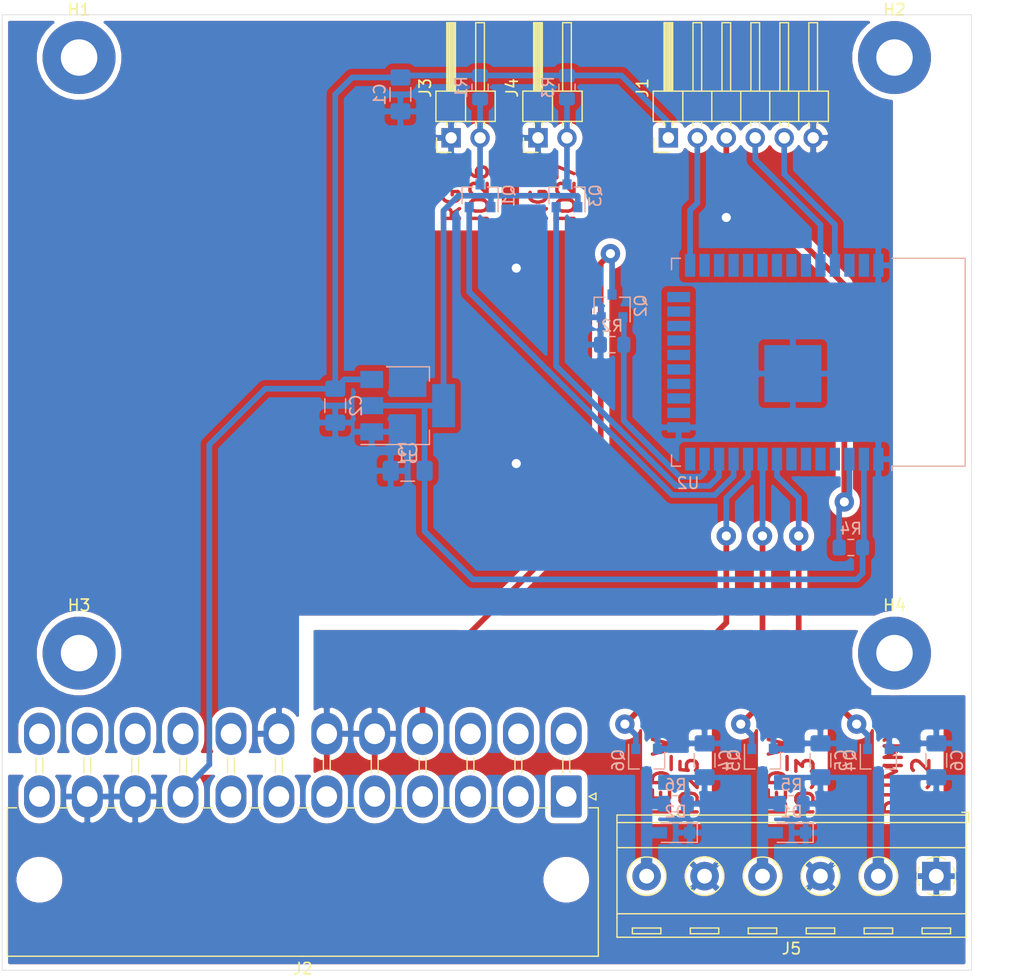
<source format=kicad_pcb>
(kicad_pcb (version 20171130) (host pcbnew "(5.1.5)-3")
  (layers (0 F.Cu signal) (31 B.Cu signal) (34 B.Paste user) (35 F.Paste user) (36 B.SilkS user) (37 F.SilkS user) (38 B.Mask user hide) (39 F.Mask user) (44 Edge.Cuts user))
  (net 0 "")
  (net 1 +5V)
  (net 2 GND)
  (net 3 VDD)
  (net 4 BOOT)
  (net 5 EN)
  (net 6 RX)
  (net 7 TX)
  (net 8 +12V)
  (net 9 "Net-(J2-Pad16)")
  (net 10 "Net-(J3-Pad2)")
  (net 11 "Net-(J4-Pad2)")
  (net 12 ~ON~)
  (net 13 LED_W1)
  (net 14 LED_W2)
  (net 15 RGB1)
  (net 16 RGB2)
  (net 17 GNDPWR)
  (net 18 LED_W1_OUT)
  (net 19 LED_W2_OUT)
  (net 20 DUMMY_LOAD_OUT)
  (net 21 DUMMY_LOAD)
  (module Resistor_SMD:R_0805_2012Metric_Pad1.15x1.40mm_HandSolder (layer B.Cu) (at 59.055 69.215 180)
    (fp_text reference R6 (at 0 1.65) (layer B.SilkS) (effects (justify mirror)))
    (fp_text value 10k)
    (pad 2 smd roundrect (at 1.025 0 180) (size 1.15 1.4) (layers B.Cu B.Paste B.Mask) (roundrect_rratio 0.217391) (net 19 LED_W2_OUT))
    (pad 1 smd roundrect (at -1.025 0 180) (size 1.15 1.4) (layers B.Cu B.Paste B.Mask) (roundrect_rratio 0.217391) (net 8 +12V))
  )
  (module Resistor_SMD:R_0805_2012Metric_Pad1.15x1.40mm_HandSolder (layer B.Cu) (at 69.215 69.215 180)
    (fp_text reference R5 (at 0 1.65) (layer B.SilkS) (effects (justify mirror)))
    (fp_text value 10k)
    (pad 2 smd roundrect (at 1.025 0 180) (size 1.15 1.4) (layers B.Cu B.Paste B.Mask) (roundrect_rratio 0.217391) (net 18 LED_W1_OUT))
    (pad 1 smd roundrect (at -1.025 0 180) (size 1.15 1.4) (layers B.Cu B.Paste B.Mask) (roundrect_rratio 0.217391) (net 8 +12V))
  )
  (module Package_TO_SOT_SMD:SOT-223-3_TabPin2 (layer B.Cu) (at 35.56 34.29)
    (fp_text reference U1 (at 0 4.5) (layer B.SilkS) (effects (justify mirror)))
    (fp_text value LD1117S33TR_SOT223)
    (pad 1 smd rect (at -3.15 2.3) (size 2 1.5) (layers B.Cu B.Paste B.Mask) (net 2 GND))
    (pad 3 smd rect (at -3.15 -2.3) (size 2 1.5) (layers B.Cu B.Paste B.Mask) (net 1 +5V))
    (pad 2 smd rect (at -3.15 0) (size 2 1.5) (layers B.Cu B.Paste B.Mask) (net 3 VDD))
    (pad 2 smd rect (at 3.15 0) (size 2 3.8) (layers B.Cu B.Paste B.Mask) (net 3 VDD))
  )
  (module MountingHole:MountingHole_3.2mm_M3_Pad (layer F.Cu) (at 78.25 56)
    (fp_text reference H4 (at 0 -4.2) (layer F.SilkS))
    (fp_text value MountingHole_Pad)
    (pad 1 thru_hole circle (at 0 0) (size 6.4 6.4) (drill 3.2) (layers *.Cu *.Mask))
  )
  (module MountingHole:MountingHole_3.2mm_M3_Pad (layer F.Cu) (at 6.75 56)
    (fp_text reference H3 (at 0 -4.2) (layer F.SilkS))
    (fp_text value MountingHole_Pad)
    (pad 1 thru_hole circle (at 0 0) (size 6.4 6.4) (drill 3.2) (layers *.Cu *.Mask))
  )
  (module MountingHole:MountingHole_3.2mm_M3_Pad (layer F.Cu) (at 78.25 3.75)
    (fp_text reference H2 (at 0 -4.2) (layer F.SilkS))
    (fp_text value MountingHole_Pad)
    (pad 1 thru_hole circle (at 0 0) (size 6.4 6.4) (drill 3.2) (layers *.Cu *.Mask))
  )
  (module MountingHole:MountingHole_3.2mm_M3_Pad (layer F.Cu) (at 6.75 3.75)
    (fp_text reference H1 (at 0 -4.2) (layer F.SilkS))
    (fp_text value MountingHole_Pad)
    (pad 1 thru_hole circle (at 0 0) (size 6.4 6.4) (drill 3.2) (layers *.Cu *.Mask))
  )
  (module Resistor_SMD:R_0805_2012Metric_Pad1.15x1.40mm_HandSolder (layer B.Cu) (at 41.91 6.35 270)
    (fp_text reference R1 (at 0 1.65 90) (layer B.SilkS) (effects (justify mirror)))
    (fp_text value 1k)
    (pad 2 smd roundrect (at 1.025 0 270) (size 1.15 1.4) (layers B.Cu B.Paste B.Mask) (roundrect_rratio 0.217391) (net 10 "Net-(J3-Pad2)"))
    (pad 1 smd roundrect (at -1.025 0 270) (size 1.15 1.4) (layers B.Cu B.Paste B.Mask) (roundrect_rratio 0.217391) (net 1 +5V))
  )
  (module Package_TO_SOT_SMD:SOT-23 (layer B.Cu) (at 41.91 15.875 90)
    (fp_text reference Q1 (at 0 2.5 90) (layer B.SilkS) (effects (justify mirror)))
    (fp_text value 2N7002)
    (pad 1 smd rect (at -1 0.95 90) (size 0.9 0.8) (layers B.Cu B.Paste B.Mask) (net 3 VDD))
    (pad 2 smd rect (at -1 -0.95 90) (size 0.9 0.8) (layers B.Cu B.Paste B.Mask) (net 15 RGB1))
    (pad 3 smd rect (at 1 0 90) (size 0.9 0.8) (layers B.Cu B.Paste B.Mask) (net 10 "Net-(J3-Pad2)"))
  )
  (module RF_Module:ESP32-WROOM-32 (layer B.Cu) (at 68.58 30.48 90)
    (fp_text reference U2 (at -10.61 -8.43) (layer B.SilkS) (effects (justify mirror)))
    (fp_text value ESP32-WROOM-32)
    (pad 39 smd rect (at -1 0.755 90) (size 5 5) (layers B.Cu B.Paste B.Mask) (net 2 GND))
    (pad 1 smd rect (at -8.5 8.255 90) (size 2 0.9) (layers B.Cu B.Paste B.Mask) (net 2 GND))
    (pad 2 smd rect (at -8.5 6.985 90) (size 2 0.9) (layers B.Cu B.Paste B.Mask) (net 3 VDD))
    (pad 3 smd rect (at -8.5 5.715 90) (size 2 0.9) (layers B.Cu B.Paste B.Mask) (net 5 EN))
    (pad 4 smd rect (at -8.5 4.445 90) (size 2 0.9) (layers B.Cu B.Paste B.Mask))
    (pad 5 smd rect (at -8.5 3.175 90) (size 2 0.9) (layers B.Cu B.Paste B.Mask))
    (pad 6 smd rect (at -8.5 1.905 90) (size 2 0.9) (layers B.Cu B.Paste B.Mask))
    (pad 7 smd rect (at -8.5 0.635 90) (size 2 0.9) (layers B.Cu B.Paste B.Mask))
    (pad 8 smd rect (at -8.5 -0.635 90) (size 2 0.9) (layers B.Cu B.Paste B.Mask) (net 21 DUMMY_LOAD))
    (pad 9 smd rect (at -8.5 -1.905 90) (size 2 0.9) (layers B.Cu B.Paste B.Mask) (net 13 LED_W1))
    (pad 10 smd rect (at -8.5 -3.175 90) (size 2 0.9) (layers B.Cu B.Paste B.Mask) (net 14 LED_W2))
    (pad 11 smd rect (at -8.5 -4.445 90) (size 2 0.9) (layers B.Cu B.Paste B.Mask) (net 15 RGB1))
    (pad 12 smd rect (at -8.5 -5.715 90) (size 2 0.9) (layers B.Cu B.Paste B.Mask) (net 16 RGB2))
    (pad 13 smd rect (at -8.5 -6.985 90) (size 2 0.9) (layers B.Cu B.Paste B.Mask) (net 12 ~ON~))
    (pad 14 smd rect (at -8.5 -8.255 90) (size 2 0.9) (layers B.Cu B.Paste B.Mask))
    (pad 15 smd rect (at -5.715 -9.255) (size 2 0.9) (layers B.Cu B.Paste B.Mask) (net 2 GND))
    (pad 16 smd rect (at -4.445 -9.255) (size 2 0.9) (layers B.Cu B.Paste B.Mask))
    (pad 17 smd rect (at -3.175 -9.255) (size 2 0.9) (layers B.Cu B.Paste B.Mask))
    (pad 18 smd rect (at -1.905 -9.255) (size 2 0.9) (layers B.Cu B.Paste B.Mask))
    (pad 19 smd rect (at -0.635 -9.255) (size 2 0.9) (layers B.Cu B.Paste B.Mask))
    (pad 20 smd rect (at 0.635 -9.255) (size 2 0.9) (layers B.Cu B.Paste B.Mask))
    (pad 21 smd rect (at 1.905 -9.255) (size 2 0.9) (layers B.Cu B.Paste B.Mask))
    (pad 22 smd rect (at 3.175 -9.255) (size 2 0.9) (layers B.Cu B.Paste B.Mask))
    (pad 23 smd rect (at 4.445 -9.255) (size 2 0.9) (layers B.Cu B.Paste B.Mask))
    (pad 24 smd rect (at 5.715 -9.255) (size 2 0.9) (layers B.Cu B.Paste B.Mask))
    (pad 25 smd rect (at 8.5 -8.255 90) (size 2 0.9) (layers B.Cu B.Paste B.Mask) (net 4 BOOT))
    (pad 26 smd rect (at 8.5 -6.985 90) (size 2 0.9) (layers B.Cu B.Paste B.Mask))
    (pad 27 smd rect (at 8.5 -5.715 90) (size 2 0.9) (layers B.Cu B.Paste B.Mask))
    (pad 28 smd rect (at 8.5 -4.445 90) (size 2 0.9) (layers B.Cu B.Paste B.Mask))
    (pad 29 smd rect (at 8.5 -3.175 90) (size 2 0.9) (layers B.Cu B.Paste B.Mask))
    (pad 30 smd rect (at 8.5 -1.905 90) (size 2 0.9) (layers B.Cu B.Paste B.Mask))
    (pad 31 smd rect (at 8.5 -0.635 90) (size 2 0.9) (layers B.Cu B.Paste B.Mask))
    (pad 32 smd rect (at 8.5 0.635 90) (size 2 0.9) (layers B.Cu B.Paste B.Mask))
    (pad 33 smd rect (at 8.5 1.905 90) (size 2 0.9) (layers B.Cu B.Paste B.Mask))
    (pad 34 smd rect (at 8.5 3.175 90) (size 2 0.9) (layers B.Cu B.Paste B.Mask) (net 6 RX))
    (pad 35 smd rect (at 8.5 4.445 90) (size 2 0.9) (layers B.Cu B.Paste B.Mask) (net 7 TX))
    (pad 36 smd rect (at 8.5 5.715 90) (size 2 0.9) (layers B.Cu B.Paste B.Mask))
    (pad 37 smd rect (at 8.5 6.985 90) (size 2 0.9) (layers B.Cu B.Paste B.Mask))
    (pad 38 smd rect (at 8.5 8.255 90) (size 2 0.9) (layers B.Cu B.Paste B.Mask) (net 2 GND))
  )
  (module Connector_Molex:Molex_Mini-Fit_Jr_5569-24A2_2x12_P4.20mm_Horizontal (layer F.Cu) (at 49.47 68.58 180)
    (fp_text reference J2 (at 23.1 -15.1) (layer F.SilkS))
    (fp_text value Conn_02x12_Top_Bottom)
    (pad "" np_thru_hole circle (at 46.2 -7.3 180) (size 3 3) (drill 3) (layers *.Cu *.Mask))
    (pad "" np_thru_hole circle (at 0 -7.3 180) (size 3 3) (drill 3) (layers *.Cu *.Mask))
    (pad 24 thru_hole oval (at 46.2 5.5 180) (size 2.7 3.7) (drill 1.8) (layers *.Cu *.Mask))
    (pad 23 thru_hole oval (at 42 5.5 180) (size 2.7 3.7) (drill 1.8) (layers *.Cu *.Mask))
    (pad 22 thru_hole oval (at 37.8 5.5 180) (size 2.7 3.7) (drill 1.8) (layers *.Cu *.Mask))
    (pad 21 thru_hole oval (at 33.6 5.5 180) (size 2.7 3.7) (drill 1.8) (layers *.Cu *.Mask))
    (pad 20 thru_hole oval (at 29.4 5.5 180) (size 2.7 3.7) (drill 1.8) (layers *.Cu *.Mask))
    (pad 19 thru_hole oval (at 25.2 5.5 180) (size 2.7 3.7) (drill 1.8) (layers *.Cu *.Mask) (net 2 GND))
    (pad 18 thru_hole oval (at 21 5.5 180) (size 2.7 3.7) (drill 1.8) (layers *.Cu *.Mask) (net 17 GNDPWR))
    (pad 17 thru_hole oval (at 16.8 5.5 180) (size 2.7 3.7) (drill 1.8) (layers *.Cu *.Mask) (net 17 GNDPWR))
    (pad 16 thru_hole oval (at 12.6 5.5 180) (size 2.7 3.7) (drill 1.8) (layers *.Cu *.Mask) (net 9 "Net-(J2-Pad16)"))
    (pad 15 thru_hole oval (at 8.4 5.5 180) (size 2.7 3.7) (drill 1.8) (layers *.Cu *.Mask))
    (pad 14 thru_hole oval (at 4.2 5.5 180) (size 2.7 3.7) (drill 1.8) (layers *.Cu *.Mask))
    (pad 13 thru_hole oval (at 0 5.5 180) (size 2.7 3.7) (drill 1.8) (layers *.Cu *.Mask))
    (pad 12 thru_hole oval (at 46.2 0 180) (size 2.7 3.7) (drill 1.8) (layers *.Cu *.Mask))
    (pad 11 thru_hole oval (at 42 0 180) (size 2.7 3.7) (drill 1.8) (layers *.Cu *.Mask) (net 8 +12V))
    (pad 10 thru_hole oval (at 37.8 0 180) (size 2.7 3.7) (drill 1.8) (layers *.Cu *.Mask) (net 8 +12V))
    (pad 9 thru_hole oval (at 33.6 0 180) (size 2.7 3.7) (drill 1.8) (layers *.Cu *.Mask) (net 1 +5V))
    (pad 8 thru_hole oval (at 29.4 0 180) (size 2.7 3.7) (drill 1.8) (layers *.Cu *.Mask))
    (pad 7 thru_hole oval (at 25.2 0 180) (size 2.7 3.7) (drill 1.8) (layers *.Cu *.Mask))
    (pad 6 thru_hole oval (at 21 0 180) (size 2.7 3.7) (drill 1.8) (layers *.Cu *.Mask))
    (pad 5 thru_hole oval (at 16.8 0 180) (size 2.7 3.7) (drill 1.8) (layers *.Cu *.Mask))
    (pad 4 thru_hole oval (at 12.6 0 180) (size 2.7 3.7) (drill 1.8) (layers *.Cu *.Mask))
    (pad 3 thru_hole oval (at 8.4 0 180) (size 2.7 3.7) (drill 1.8) (layers *.Cu *.Mask))
    (pad 2 thru_hole oval (at 4.2 0 180) (size 2.7 3.7) (drill 1.8) (layers *.Cu *.Mask))
    (pad 1 thru_hole roundrect (at 0 0 180) (size 2.7 3.7) (drill 1.8) (layers *.Cu *.Mask) (roundrect_rratio 0.09259299999999999))
  )
  (module Capacitor_SMD:C_1206_3216Metric_Pad1.42x1.75mm_HandSolder (layer B.Cu) (at 35.56 40.005 180)
    (fp_text reference C3 (at 0 1.82) (layer B.SilkS) (effects (justify mirror)))
    (fp_text value 10u)
    (pad 2 smd roundrect (at 1.4875 0 180) (size 1.425 1.75) (layers B.Cu B.Paste B.Mask) (roundrect_rratio 0.175439) (net 2 GND))
    (pad 1 smd roundrect (at -1.4875 0 180) (size 1.425 1.75) (layers B.Cu B.Paste B.Mask) (roundrect_rratio 0.175439) (net 3 VDD))
  )
  (module Capacitor_SMD:C_1206_3216Metric_Pad1.42x1.75mm_HandSolder (layer B.Cu) (at 71.755 65.405 90)
    (fp_text reference C5 (at 0 1.82 90) (layer B.SilkS) (effects (justify mirror)))
    (fp_text value 10u)
    (pad 2 smd roundrect (at 1.4875 0 90) (size 1.425 1.75) (layers B.Cu B.Paste B.Mask) (roundrect_rratio 0.175439) (net 17 GNDPWR))
    (pad 1 smd roundrect (at -1.4875 0 90) (size 1.425 1.75) (layers B.Cu B.Paste B.Mask) (roundrect_rratio 0.175439) (net 8 +12V))
  )
  (module Capacitor_SMD:C_1206_3216Metric_Pad1.42x1.75mm_HandSolder (layer B.Cu) (at 81.915 65.405 90)
    (fp_text reference C6 (at 0 1.82 90) (layer B.SilkS) (effects (justify mirror)))
    (fp_text value 10u)
    (pad 2 smd roundrect (at 1.4875 0 90) (size 1.425 1.75) (layers B.Cu B.Paste B.Mask) (roundrect_rratio 0.175439) (net 17 GNDPWR))
    (pad 1 smd roundrect (at -1.4875 0 90) (size 1.425 1.75) (layers B.Cu B.Paste B.Mask) (roundrect_rratio 0.175439) (net 8 +12V))
  )
  (module Diode_SMD:D_SOD-323_HandSoldering (layer B.Cu) (at 69.215 71.755 180)
    (fp_text reference D1 (at 0 1.85) (layer B.SilkS) (effects (justify mirror)))
    (fp_text value D_Schottky)
    (pad 2 smd rect (at 1.25 0 180) (size 1 1) (layers B.Cu B.Paste B.Mask) (net 18 LED_W1_OUT))
    (pad 1 smd rect (at -1.25 0 180) (size 1 1) (layers B.Cu B.Paste B.Mask) (net 8 +12V))
  )
  (module Capacitor_SMD:C_1206_3216Metric_Pad1.42x1.75mm_HandSolder (layer B.Cu) (at 61.595 65.405 90)
    (fp_text reference C4 (at 0 1.82 90) (layer B.SilkS) (effects (justify mirror)))
    (fp_text value 10u)
    (pad 2 smd roundrect (at 1.4875 0 90) (size 1.425 1.75) (layers B.Cu B.Paste B.Mask) (roundrect_rratio 0.175439) (net 17 GNDPWR))
    (pad 1 smd roundrect (at -1.4875 0 90) (size 1.425 1.75) (layers B.Cu B.Paste B.Mask) (roundrect_rratio 0.175439) (net 8 +12V))
  )
  (module Diode_SMD:D_SOD-323_HandSoldering (layer B.Cu) (at 59.055 71.755 180)
    (fp_text reference D2 (at 0 1.85) (layer B.SilkS) (effects (justify mirror)))
    (fp_text value D_Schottky)
    (pad 2 smd rect (at 1.25 0 180) (size 1 1) (layers B.Cu B.Paste B.Mask) (net 19 LED_W2_OUT))
    (pad 1 smd rect (at -1.25 0 180) (size 1 1) (layers B.Cu B.Paste B.Mask) (net 8 +12V))
  )
  (module Package_TO_SOT_SMD:SOT-23 (layer B.Cu) (at 56.515 65.405 270)
    (fp_text reference Q6 (at 0 2.5 90) (layer B.SilkS) (effects (justify mirror)))
    (fp_text value DMN3404L)
    (pad 3 smd rect (at 1 0 270) (size 0.9 0.8) (layers B.Cu B.Paste B.Mask) (net 19 LED_W2_OUT))
    (pad 2 smd rect (at -1 -0.95 270) (size 0.9 0.8) (layers B.Cu B.Paste B.Mask) (net 17 GNDPWR))
    (pad 1 smd rect (at -1 0.95 270) (size 0.9 0.8) (layers B.Cu B.Paste B.Mask) (net 14 LED_W2))
  )
  (module TerminalBlock_RND:TerminalBlock_RND_205-00291_1x06_P5.08mm_Horizontal (layer F.Cu) (at 81.915 75.565 180)
    (fp_text reference J5 (at 12.7 -6.36) (layer F.SilkS))
    (fp_text value Screw_Terminal_01x06)
    (pad 6 thru_hole circle (at 25.4 0 180) (size 2.5 2.5) (drill 1.3) (layers *.Cu *.Mask) (net 19 LED_W2_OUT))
    (pad 5 thru_hole circle (at 20.32 0 180) (size 2.5 2.5) (drill 1.3) (layers *.Cu *.Mask) (net 8 +12V))
    (pad 4 thru_hole circle (at 15.24 0 180) (size 2.5 2.5) (drill 1.3) (layers *.Cu *.Mask) (net 18 LED_W1_OUT))
    (pad 3 thru_hole circle (at 10.16 0 180) (size 2.5 2.5) (drill 1.3) (layers *.Cu *.Mask) (net 8 +12V))
    (pad 2 thru_hole circle (at 5.08 0 180) (size 2.5 2.5) (drill 1.3) (layers *.Cu *.Mask) (net 20 DUMMY_LOAD_OUT))
    (pad 1 thru_hole rect (at 0 0 180) (size 2.5 2.5) (drill 1.3) (layers *.Cu *.Mask) (net 8 +12V))
  )
  (module Connector_PinHeader_2.54mm:PinHeader_1x02_P2.54mm_Horizontal (layer F.Cu) (at 39.37 10.795 90)
    (fp_text reference J3 (at 4.385 -2.27 90) (layer F.SilkS))
    (fp_text value Conn_01x02_Male)
    (pad 1 thru_hole rect (at 0 0 90) (size 1.7 1.7) (drill 1) (layers *.Cu *.Mask) (net 2 GND))
    (pad 2 thru_hole oval (at 0 2.54 90) (size 1.7 1.7) (drill 1) (layers *.Cu *.Mask) (net 10 "Net-(J3-Pad2)"))
  )
  (module Capacitor_SMD:C_1206_3216Metric_Pad1.42x1.75mm_HandSolder (layer B.Cu) (at 34.925 6.985 270)
    (fp_text reference C1 (at 0 1.82 90) (layer B.SilkS) (effects (justify mirror)))
    (fp_text value 10u)
    (pad 2 smd roundrect (at 1.4875 0 270) (size 1.425 1.75) (layers B.Cu B.Paste B.Mask) (roundrect_rratio 0.175439) (net 2 GND))
    (pad 1 smd roundrect (at -1.4875 0 270) (size 1.425 1.75) (layers B.Cu B.Paste B.Mask) (roundrect_rratio 0.175439) (net 1 +5V))
  )
  (module Capacitor_SMD:C_1206_3216Metric_Pad1.42x1.75mm_HandSolder (layer B.Cu) (at 29.21 34.29 90)
    (fp_text reference C2 (at 0 1.82 90) (layer B.SilkS) (effects (justify mirror)))
    (fp_text value 10u)
    (pad 1 smd roundrect (at -1.4875 0 90) (size 1.425 1.75) (layers B.Cu B.Paste B.Mask) (roundrect_rratio 0.175439) (net 2 GND))
    (pad 2 smd roundrect (at 1.4875 0 90) (size 1.425 1.75) (layers B.Cu B.Paste B.Mask) (roundrect_rratio 0.175439) (net 1 +5V))
  )
  (module Connector_PinHeader_2.54mm:PinHeader_1x06_P2.54mm_Horizontal (layer F.Cu) (at 58.42 10.795 90)
    (fp_text reference J1 (at 4.385 -2.27 90) (layer F.SilkS))
    (fp_text value Conn_01x06_Male)
    (pad 1 thru_hole rect (at 0 0 90) (size 1.7 1.7) (drill 1) (layers *.Cu *.Mask) (net 1 +5V))
    (pad 2 thru_hole oval (at 0 2.54 90) (size 1.7 1.7) (drill 1) (layers *.Cu *.Mask) (net 4 BOOT))
    (pad 3 thru_hole oval (at 0 5.08 90) (size 1.7 1.7) (drill 1) (layers *.Cu *.Mask) (net 5 EN))
    (pad 4 thru_hole oval (at 0 7.62 90) (size 1.7 1.7) (drill 1) (layers *.Cu *.Mask) (net 6 RX))
    (pad 5 thru_hole oval (at 0 10.16 90) (size 1.7 1.7) (drill 1) (layers *.Cu *.Mask) (net 7 TX))
    (pad 6 thru_hole oval (at 0 12.7 90) (size 1.7 1.7) (drill 1) (layers *.Cu *.Mask) (net 2 GND))
  )
  (module Connector_PinHeader_2.54mm:PinHeader_1x02_P2.54mm_Horizontal (layer F.Cu) (at 46.99 10.795 90)
    (fp_text reference J4 (at 4.385 -2.27 90) (layer F.SilkS))
    (fp_text value Conn_01x02_Male)
    (pad 2 thru_hole oval (at 0 2.54 90) (size 1.7 1.7) (drill 1) (layers *.Cu *.Mask) (net 11 "Net-(J4-Pad2)"))
    (pad 1 thru_hole rect (at 0 0 90) (size 1.7 1.7) (drill 1) (layers *.Cu *.Mask) (net 2 GND))
  )
  (module Package_TO_SOT_SMD:SOT-23 (layer B.Cu) (at 53.485 25.54 90)
    (fp_text reference Q2 (at 0 2.5 90) (layer B.SilkS) (effects (justify mirror)))
    (fp_text value 2N7002)
    (pad 1 smd rect (at -1 0.95 90) (size 0.9 0.8) (layers B.Cu B.Paste B.Mask) (net 12 ~ON~))
    (pad 2 smd rect (at -1 -0.95 90) (size 0.9 0.8) (layers B.Cu B.Paste B.Mask) (net 2 GND))
    (pad 3 smd rect (at 1 0 90) (size 0.9 0.8) (layers B.Cu B.Paste B.Mask) (net 9 "Net-(J2-Pad16)"))
  )
  (module Package_TO_SOT_SMD:SOT-23 (layer B.Cu) (at 49.53 15.875 90)
    (fp_text reference Q3 (at 0 2.5 90) (layer B.SilkS) (effects (justify mirror)))
    (fp_text value 2N7002)
    (pad 1 smd rect (at -1 0.95 90) (size 0.9 0.8) (layers B.Cu B.Paste B.Mask) (net 3 VDD))
    (pad 2 smd rect (at -1 -0.95 90) (size 0.9 0.8) (layers B.Cu B.Paste B.Mask) (net 16 RGB2))
    (pad 3 smd rect (at 1 0 90) (size 0.9 0.8) (layers B.Cu B.Paste B.Mask) (net 11 "Net-(J4-Pad2)"))
  )
  (module Package_TO_SOT_SMD:SOT-23 (layer B.Cu) (at 76.835 65.405 270)
    (fp_text reference Q4 (at 0 2.5 90) (layer B.SilkS) (effects (justify mirror)))
    (fp_text value DMN3404L)
    (pad 3 smd rect (at 1 0 270) (size 0.9 0.8) (layers B.Cu B.Paste B.Mask) (net 20 DUMMY_LOAD_OUT))
    (pad 2 smd rect (at -1 -0.95 270) (size 0.9 0.8) (layers B.Cu B.Paste B.Mask) (net 17 GNDPWR))
    (pad 1 smd rect (at -1 0.95 270) (size 0.9 0.8) (layers B.Cu B.Paste B.Mask) (net 21 DUMMY_LOAD))
  )
  (module Package_TO_SOT_SMD:SOT-23 (layer B.Cu) (at 66.675 65.405 270)
    (fp_text reference Q5 (at 0 2.5 90) (layer B.SilkS) (effects (justify mirror)))
    (fp_text value DMN3404L)
    (pad 3 smd rect (at 1 0 270) (size 0.9 0.8) (layers B.Cu B.Paste B.Mask) (net 18 LED_W1_OUT))
    (pad 2 smd rect (at -1 -0.95 270) (size 0.9 0.8) (layers B.Cu B.Paste B.Mask) (net 17 GNDPWR))
    (pad 1 smd rect (at -1 0.95 270) (size 0.9 0.8) (layers B.Cu B.Paste B.Mask) (net 13 LED_W1))
  )
  (module Resistor_SMD:R_0805_2012Metric_Pad1.15x1.40mm_HandSolder (layer B.Cu) (at 53.485 28.94 180)
    (fp_text reference R2 (at 0 1.65) (layer B.SilkS) (effects (justify mirror)))
    (fp_text value 10k)
    (pad 1 smd roundrect (at -1.025 0 180) (size 1.15 1.4) (layers B.Cu B.Paste B.Mask) (roundrect_rratio 0.217391) (net 12 ~ON~))
    (pad 2 smd roundrect (at 1.025 0 180) (size 1.15 1.4) (layers B.Cu B.Paste B.Mask) (roundrect_rratio 0.217391) (net 2 GND))
  )
  (module Resistor_SMD:R_0805_2012Metric_Pad1.15x1.40mm_HandSolder (layer B.Cu) (at 49.53 6.35 270)
    (fp_text reference R3 (at 0 1.65 90) (layer B.SilkS) (effects (justify mirror)))
    (fp_text value 1k)
    (pad 2 smd roundrect (at 1.025 0 270) (size 1.15 1.4) (layers B.Cu B.Paste B.Mask) (roundrect_rratio 0.217391) (net 11 "Net-(J4-Pad2)"))
    (pad 1 smd roundrect (at -1.025 0 270) (size 1.15 1.4) (layers B.Cu B.Paste B.Mask) (roundrect_rratio 0.217391) (net 1 +5V))
  )
  (module Resistor_SMD:R_0805_2012Metric_Pad1.15x1.40mm_HandSolder (layer B.Cu) (at 74.422 46.736 180)
    (fp_text reference R4 (at 0 1.65) (layer B.SilkS) (effects (justify mirror)))
    (fp_text value 10k)
    (pad 1 smd roundrect (at -1.025 0 180) (size 1.15 1.4) (layers B.Cu B.Paste B.Mask) (roundrect_rratio 0.217391) (net 3 VDD))
    (pad 2 smd roundrect (at 1.025 0 180) (size 1.15 1.4) (layers B.Cu B.Paste B.Mask) (roundrect_rratio 0.217391) (net 5 EN))
  )
  (gr_text "LED_W2\nIO25" (at 59.055 70.485 90) (layer F.Cu) (effects (font (size 1.5 1.5) (thickness 0.3)) (justify left)))
  (gr_text "LED_W1\nIO33" (at 69.215 70.485 90) (layer F.Cu) (effects (font (size 1.5 1.5) (thickness 0.3)) (justify left)))
  (gr_text "DUMMY\nIO32" (at 79.375 70.485 90) (layer F.Cu) (effects (font (size 1.5 1.5) (thickness 0.3)) (justify left)))
  (gr_text "RGB2\nIO27" (at 48.26 18.415 90) (layer F.Cu) (effects (font (size 1.5 1.5) (thickness 0.3)) (justify left)))
  (gr_text "RGB1\nIO26\n" (at 40.64 18.415 90) (layer F.Cu) (effects (font (size 1.5 1.5) (thickness 0.3)) (justify left)))
  (gr_line (start 0 60) (end 0 83.82) (layer Edge.Cuts) (width 0.05))
  (gr_line (start 85 60) (end 85 83.82) (layer Edge.Cuts) (width 0.05))
  (gr_line (start 0 60) (end 0 0) (layer Edge.Cuts) (width 0.05))
  (gr_line (start 85 83.82) (end 0 83.82) (layer Edge.Cuts) (width 0.05))
  (gr_line (start 85 0) (end 85 60) (layer Edge.Cuts) (width 0.05))
  (gr_line (start 0 0) (end 85 0) (layer Edge.Cuts) (width 0.05))
  (segment (start 50.33 5.325) (end 49.53 5.325) (width 0.5) (layer B.Cu) (net 1))
  (segment (start 54.3 5.325) (end 50.33 5.325) (width 0.5) (layer B.Cu) (net 1))
  (segment (start 58.42 9.445) (end 54.3 5.325) (width 0.5) (layer B.Cu) (net 1))
  (segment (start 58.42 10.795) (end 58.42 9.445) (width 0.5) (layer B.Cu) (net 1))
  (segment (start 49.53 5.325) (end 41.91 5.325) (width 0.5) (layer B.Cu) (net 1))
  (segment (start 35.0975 5.325) (end 34.925 5.4975) (width 0.5) (layer B.Cu) (net 1))
  (segment (start 41.91 5.325) (end 35.0975 5.325) (width 0.5) (layer B.Cu) (net 1))
  (segment (start 30.0225 31.99) (end 29.21 32.8025) (width 0.5) (layer B.Cu) (net 1))
  (segment (start 32.41 31.99) (end 30.0225 31.99) (width 0.5) (layer B.Cu) (net 1))
  (segment (start 18.16999 65.78001) (end 18.16999 37.71001) (width 0.5) (layer B.Cu) (net 1))
  (segment (start 15.87 68.58) (end 15.87 68.08) (width 0.5) (layer B.Cu) (net 1))
  (segment (start 15.87 68.08) (end 18.16999 65.78001) (width 0.5) (layer B.Cu) (net 1))
  (segment (start 29.21 32.8025) (end 23.0775 32.8025) (width 0.5) (layer B.Cu) (net 1))
  (segment (start 23.0775 32.8025) (end 18.16999 37.71001) (width 0.5) (layer B.Cu) (net 1))
  (segment (start 30.6975 5.4975) (end 34.925 5.4975) (width 0.5) (layer B.Cu) (net 1))
  (segment (start 29.21 32.8025) (end 29.21 6.985) (width 0.5) (layer B.Cu) (net 1))
  (segment (start 29.21 6.985) (end 30.6975 5.4975) (width 0.5) (layer B.Cu) (net 1))
  (via (at 45.085 22.225) (size 1.7) (drill 0.8) (layers F.Cu B.Cu) (net 2))
  (via (at 45.085 39.37) (size 1.7) (drill 0.8) (layers F.Cu B.Cu) (net 2))
  (via (at 63.5 17.78) (size 1.7) (drill 0.8) (layers F.Cu B.Cu) (net 2))
  (segment (start 75.565 46.618) (end 75.447 46.736) (width 0.5) (layer B.Cu) (net 3))
  (segment (start 75.565 38.98) (end 75.565 46.618) (width 0.5) (layer B.Cu) (net 3))
  (segment (start 50.48 16.875) (end 50.48 15.925) (width 0.5) (layer B.Cu) (net 3))
  (segment (start 50.48 15.925) (end 50.43 15.875) (width 0.5) (layer B.Cu) (net 3))
  (segment (start 42.81 15.875) (end 42.545 15.875) (width 0.5) (layer B.Cu) (net 3))
  (segment (start 42.86 15.925) (end 42.81 15.875) (width 0.5) (layer B.Cu) (net 3))
  (segment (start 42.86 16.875) (end 42.86 15.925) (width 0.5) (layer B.Cu) (net 3))
  (segment (start 50.43 15.875) (end 42.545 15.875) (width 0.5) (layer B.Cu) (net 3))
  (segment (start 37.0475 34.5075) (end 36.83 34.29) (width 0.5) (layer B.Cu) (net 3))
  (segment (start 37.0475 39.37) (end 37.0475 34.5075) (width 0.5) (layer B.Cu) (net 3))
  (segment (start 32.41 34.29) (end 36.83 34.29) (width 0.5) (layer B.Cu) (net 3))
  (segment (start 36.83 34.29) (end 38.71 34.29) (width 0.5) (layer B.Cu) (net 3))
  (segment (start 42.545 15.875) (end 40.005 15.875) (width 0.5) (layer B.Cu) (net 3))
  (segment (start 38.71 17.17) (end 38.71 34.29) (width 0.5) (layer B.Cu) (net 3))
  (segment (start 40.005 15.875) (end 38.71 17.17) (width 0.5) (layer B.Cu) (net 3))
  (segment (start 75.447 49.013) (end 75.447 46.736) (width 0.5) (layer B.Cu) (net 3))
  (segment (start 74.93 49.53) (end 75.447 49.013) (width 0.5) (layer B.Cu) (net 3))
  (segment (start 41.275 49.53) (end 74.93 49.53) (width 0.5) (layer B.Cu) (net 3))
  (segment (start 37.0475 39.37) (end 37.0475 45.3025) (width 0.5) (layer B.Cu) (net 3))
  (segment (start 37.0475 45.3025) (end 41.275 49.53) (width 0.5) (layer B.Cu) (net 3))
  (segment (start 60.325 21.98) (end 60.325 17.145) (width 0.5) (layer B.Cu) (net 4))
  (segment (start 60.96 16.51) (end 60.96 10.795) (width 0.5) (layer B.Cu) (net 4))
  (segment (start 60.325 17.145) (end 60.96 16.51) (width 0.5) (layer B.Cu) (net 4))
  (segment (start 73.397 46.736) (end 73.397 43.189) (width 0.5) (layer B.Cu) (net 5))
  (segment (start 73.397 43.189) (end 73.406 43.18) (width 0.5) (layer B.Cu) (net 5))
  (segment (start 74.295 38.98) (end 74.295 42.291) (width 0.5) (layer B.Cu) (net 5))
  (via (at 73.8505 42.7355) (size 1.7) (drill 0.8) (layers F.Cu B.Cu) (net 5))
  (segment (start 73.8505 42.7355) (end 73.406 43.18) (width 0.5) (layer B.Cu) (net 5))
  (segment (start 74.295 42.291) (end 73.8505 42.7355) (width 0.5) (layer B.Cu) (net 5))
  (segment (start 73.8505 42.7355) (end 73.8505 23.6855) (width 0.5) (layer F.Cu) (net 5))
  (segment (start 63.5 13.335) (end 63.5 10.795) (width 0.5) (layer F.Cu) (net 5))
  (segment (start 73.8505 23.6855) (end 63.5 13.335) (width 0.5) (layer F.Cu) (net 5))
  (segment (start 71.755 21.98) (end 71.755 18.415) (width 0.5) (layer B.Cu) (net 6))
  (segment (start 66.04 12.7) (end 66.04 10.795) (width 0.5) (layer B.Cu) (net 6))
  (segment (start 71.755 18.415) (end 66.04 12.7) (width 0.5) (layer B.Cu) (net 6))
  (segment (start 73.025 21.98) (end 73.025 18.415) (width 0.5) (layer B.Cu) (net 7))
  (segment (start 68.58 13.97) (end 68.58 10.795) (width 0.5) (layer B.Cu) (net 7))
  (segment (start 73.025 18.415) (end 68.58 13.97) (width 0.5) (layer B.Cu) (net 7))
  (via (at 53.34 20.955) (size 1.7) (drill 0.8) (layers F.Cu B.Cu) (net 9))
  (segment (start 53.485 24.54) (end 53.485 21.1) (width 0.5) (layer B.Cu) (net 9))
  (segment (start 53.485 21.1) (end 53.34 20.955) (width 0.5) (layer B.Cu) (net 9))
  (segment (start 52.490001 21.804999) (end 52.490001 42.759999) (width 0.5) (layer F.Cu) (net 9))
  (segment (start 53.34 20.955) (end 52.490001 21.804999) (width 0.5) (layer F.Cu) (net 9))
  (segment (start 36.87 58.38) (end 36.87 61.58) (width 0.5) (layer F.Cu) (net 9))
  (segment (start 52.490001 42.759999) (end 36.87 58.38) (width 0.5) (layer F.Cu) (net 9))
  (segment (start 41.91 7.375) (end 41.91 10.795) (width 0.5) (layer B.Cu) (net 10))
  (segment (start 41.91 14.875) (end 41.91 10.795) (width 0.5) (layer B.Cu) (net 10))
  (segment (start 49.53 14.875) (end 49.53 10.795) (width 0.5) (layer B.Cu) (net 11))
  (segment (start 49.53 10.795) (end 49.53 7.375) (width 0.5) (layer B.Cu) (net 11))
  (segment (start 54.51 29.74) (end 54.51 28.94) (width 0.5) (layer B.Cu) (net 12))
  (segment (start 54.51 35.605002) (end 54.51 29.74) (width 0.5) (layer B.Cu) (net 12))
  (segment (start 59.434999 40.530001) (end 54.51 35.605002) (width 0.5) (layer B.Cu) (net 12))
  (segment (start 61.215001 40.530001) (end 59.434999 40.530001) (width 0.5) (layer B.Cu) (net 12))
  (segment (start 61.595 40.150002) (end 61.215001 40.530001) (width 0.5) (layer B.Cu) (net 12))
  (segment (start 61.595 38.98) (end 61.595 40.150002) (width 0.5) (layer B.Cu) (net 12))
  (segment (start 54.51 26.615) (end 54.435 26.54) (width 0.5) (layer B.Cu) (net 12))
  (segment (start 54.51 28.94) (end 54.51 26.615) (width 0.5) (layer B.Cu) (net 12))
  (via (at 64.77 62.23) (size 1.7) (drill 0.8) (layers F.Cu B.Cu) (net 13))
  (segment (start 65.725 64.405) (end 65.725 63.185) (width 0.5) (layer B.Cu) (net 13))
  (segment (start 65.725 63.185) (end 64.77 62.23) (width 0.5) (layer B.Cu) (net 13))
  (via (at 66.675 45.72) (size 1.7) (drill 0.8) (layers F.Cu B.Cu) (net 13))
  (segment (start 66.675 43.425) (end 66.675 38.98) (width 0.5) (layer B.Cu) (net 13))
  (segment (start 66.675 45.72) (end 66.675 43.425) (width 0.5) (layer B.Cu) (net 13))
  (segment (start 66.675 60.325) (end 64.77 62.23) (width 0.5) (layer F.Cu) (net 13))
  (segment (start 66.675 45.72) (end 66.675 60.325) (width 0.5) (layer F.Cu) (net 13))
  (via (at 54.61 62.23) (size 1.7) (drill 0.8) (layers F.Cu B.Cu) (net 14))
  (segment (start 55.565 64.405) (end 55.565 63.185) (width 0.5) (layer B.Cu) (net 14))
  (segment (start 55.565 63.185) (end 54.61 62.23) (width 0.5) (layer B.Cu) (net 14))
  (via (at 63.5 45.72) (size 1.7) (drill 0.8) (layers F.Cu B.Cu) (net 14))
  (segment (start 65.405 40.48) (end 65.405 38.98) (width 0.5) (layer B.Cu) (net 14))
  (segment (start 63.5 45.72) (end 63.5 42.385) (width 0.5) (layer B.Cu) (net 14))
  (segment (start 63.5 42.385) (end 65.405 40.48) (width 0.5) (layer B.Cu) (net 14))
  (segment (start 63.5 53.34) (end 54.61 62.23) (width 0.5) (layer F.Cu) (net 14))
  (segment (start 63.5 45.72) (end 63.5 53.34) (width 0.5) (layer F.Cu) (net 14))
  (segment (start 40.96 17.825) (end 40.96 16.875) (width 0.5) (layer B.Cu) (net 15))
  (segment (start 40.96 24.31777) (end 40.96 17.825) (width 0.5) (layer B.Cu) (net 15))
  (segment (start 58.772251 42.130021) (end 40.96 24.31777) (width 0.5) (layer B.Cu) (net 15))
  (segment (start 62.484979 42.130021) (end 58.772251 42.130021) (width 0.5) (layer B.Cu) (net 15))
  (segment (start 64.135 40.48) (end 62.484979 42.130021) (width 0.5) (layer B.Cu) (net 15))
  (segment (start 64.135 38.98) (end 64.135 40.48) (width 0.5) (layer B.Cu) (net 15))
  (segment (start 48.58 17.825) (end 48.58 16.875) (width 0.5) (layer B.Cu) (net 16))
  (segment (start 48.58 30.806386) (end 48.58 17.825) (width 0.5) (layer B.Cu) (net 16))
  (segment (start 59.103625 41.330011) (end 48.58 30.806386) (width 0.5) (layer B.Cu) (net 16))
  (segment (start 62.014989 41.330011) (end 59.103625 41.330011) (width 0.5) (layer B.Cu) (net 16))
  (segment (start 62.865 40.48) (end 62.014989 41.330011) (width 0.5) (layer B.Cu) (net 16))
  (segment (start 62.865 38.98) (end 62.865 40.48) (width 0.5) (layer B.Cu) (net 16))
  (segment (start 67.965 71.755) (end 66.675 71.755) (width 1) (layer B.Cu) (net 18))
  (segment (start 66.675 71.755) (end 66.675 75.565) (width 1) (layer B.Cu) (net 18))
  (segment (start 68.19 69.215) (end 66.675 69.215) (width 1) (layer B.Cu) (net 18))
  (segment (start 66.675 66.405) (end 66.675 69.215) (width 1) (layer B.Cu) (net 18))
  (segment (start 66.675 69.215) (end 66.675 71.755) (width 1) (layer B.Cu) (net 18))
  (segment (start 58.03 69.215) (end 56.515 69.215) (width 1) (layer B.Cu) (net 19))
  (segment (start 56.515 69.215) (end 56.515 66.405) (width 1) (layer B.Cu) (net 19))
  (segment (start 57.805 71.755) (end 56.515 71.755) (width 1) (layer B.Cu) (net 19))
  (segment (start 56.515 75.565) (end 56.515 71.755) (width 1) (layer B.Cu) (net 19))
  (segment (start 56.515 71.755) (end 56.515 69.215) (width 1) (layer B.Cu) (net 19))
  (segment (start 76.835 71.755) (end 76.835 75.565) (width 1) (layer B.Cu) (net 20))
  (segment (start 76.835 66.405) (end 76.835 69.215) (width 1) (layer B.Cu) (net 20))
  (segment (start 76.835 69.215) (end 76.835 71.755) (width 1) (layer B.Cu) (net 20))
  (via (at 74.93 62.23) (size 1.7) (drill 0.8) (layers F.Cu B.Cu) (net 21))
  (segment (start 75.885 64.405) (end 75.885 63.185) (width 0.5) (layer B.Cu) (net 21))
  (segment (start 75.885 63.185) (end 74.93 62.23) (width 0.5) (layer B.Cu) (net 21))
  (via (at 69.85 45.72) (size 1.7) (drill 0.8) (layers F.Cu B.Cu) (net 21))
  (segment (start 67.945 40.48) (end 69.85 42.385) (width 0.5) (layer B.Cu) (net 21))
  (segment (start 67.945 38.98) (end 67.945 40.48) (width 0.5) (layer B.Cu) (net 21))
  (segment (start 69.85 42.385) (end 69.85 43.425) (width 0.5) (layer B.Cu) (net 21))
  (segment (start 69.85 43.425) (end 69.85 45.72) (width 0.5) (layer B.Cu) (net 21))
  (segment (start 69.85 57.15) (end 74.93 62.23) (width 0.5) (layer F.Cu) (net 21))
  (segment (start 69.85 45.72) (end 69.85 57.15) (width 0.5) (layer F.Cu) (net 21))
  (zone (net 17) (net_name GNDPWR) (layer B.Cu) (connect_pads (clearance 0.508)) (min_thickness 0.254) (fill yes (arc_segments 32) (thermal_gap 0.508) (thermal_bridge_width 0.508))
    (polygon (pts (xy 85.09 64.748661) (xy 85.09 59.69) (xy 76.2 59.69) (xy 76.2 53.975) (xy 27.305 53.975) (xy 27.305 64.77)))
  )
  (zone (net 2) (net_name GND) (layer B.Cu) (connect_pads (clearance 0.508)) (min_thickness 0.254) (fill yes (arc_segments 32) (thermal_gap 0.508) (thermal_bridge_width 0.508))
    (polygon (pts (xy 78.105 52.705) (xy 78.105 0) (xy 0 0) (xy 0 64.77) (xy 26.035 64.77) (xy 26.035 52.705)))
  )
  (zone (net 2) (net_name GND) (layer F.Cu) (connect_pads (clearance 0.508)) (min_thickness 0.254) (fill yes (arc_segments 32) (thermal_gap 0.508) (thermal_bridge_width 0.508))
    (polygon (pts (xy 0 0) (xy 78.105 0) (xy 78.105 52.705) (xy 26.035 52.705) (xy 26.035 64.77) (xy 0 64.77)))
  )
  (zone (net 17) (net_name GNDPWR) (layer F.Cu) (connect_pads (clearance 0.508)) (min_thickness 0.254) (fill yes (arc_segments 32) (thermal_gap 0.508) (thermal_bridge_width 0.508))
    (polygon (pts (xy 0 66.675) (xy 27.305 66.675) (xy 27.305 53.975) (xy 76.2 53.975) (xy 76.2 59.69) (xy 85.09 59.69) (xy 85.09 83.82) (xy 0 83.82)))
  )
  (zone (net 8) (net_name +12V) (layer B.Cu) (connect_pads (clearance 0.508)) (min_thickness 0.254) (fill yes (arc_segments 32) (thermal_gap 0.508) (thermal_bridge_width 0.508))
    (polygon (pts (xy 85.09 66.675) (xy 0 66.675) (xy 0 69.85) (xy 0 83.82) (xy 85.09 83.82)))
  )
)
</source>
